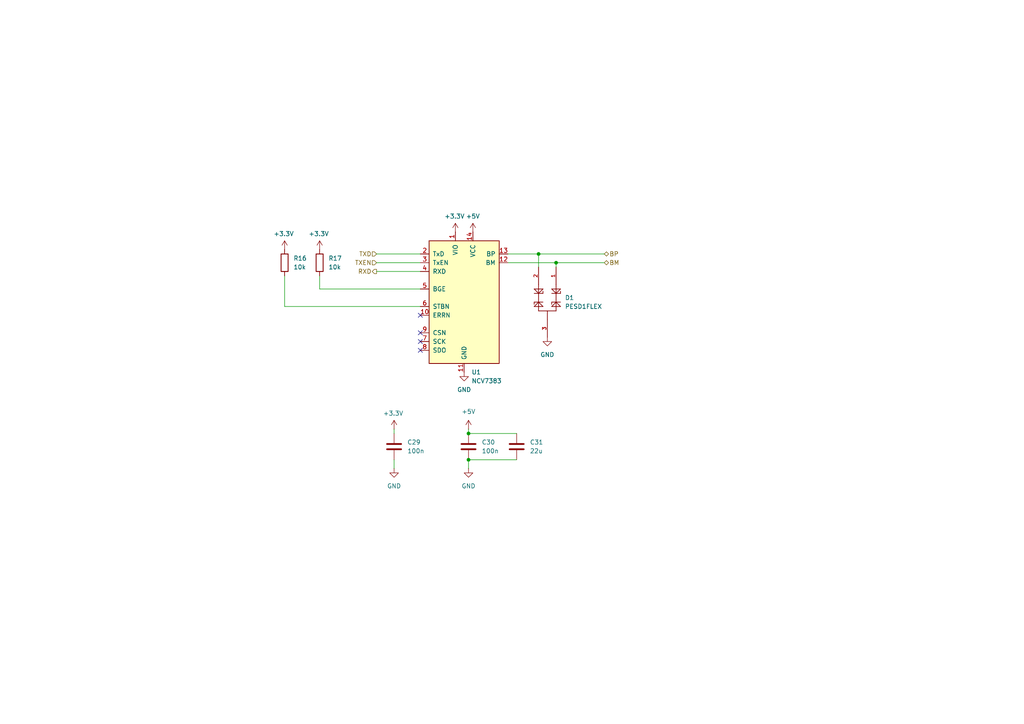
<source format=kicad_sch>
(kicad_sch (version 20250114) (generator "eeschema") (generator_version "9.0")
  (paper "A4")
  (lib_symbols
    (symbol "Device:C" (pin_numbers (hide yes)) (pin_names (offset 0.254))
      (property "Reference" "C" (at 0.635 2.54 0))
      (property "Value" "C" (at 0.635 -2.54 0))
      (symbol "C_0_1"
        (polyline (pts (xy -2.032 0.762) (xy 2.032 0.762)) (stroke (width 0.508)))
        (polyline (pts (xy -2.032 -0.762) (xy 2.032 -0.762)) (stroke (width 0.508)))
      )
      (symbol "C_1_1"
        (pin passive line (at 0 3.81 270) (length 2.794) (name "~") (number "1"))
        (pin passive line (at 0 -3.81 90) (length 2.794) (name "~") (number "2"))
      )
    )
    (symbol "Device:R" (pin_numbers (hide yes)) (pin_names (offset 0))
      (property "Reference" "R" (at 2.032 0 90))
      (property "Value" "R" (at 0 0 90))
      (symbol "R_0_1"
        (rectangle (start -1.016 -2.54) (end 1.016 2.54) (stroke (width 0.254)))
      )
      (symbol "R_1_1"
        (pin passive line (at 0 3.81 270) (length 1.27) (name "~") (number "1"))
        (pin passive line (at 0 -3.81 90) (length 1.27) (name "~") (number "2"))
      )
    )
    (symbol "NCV7383:NCV7383" (pin_names (offset 1.016))
      (property "Reference" "U" (at -10.16 8.89 0))
      (property "Value" "NCV7383" (at 2.54 8.89 0))
      (symbol "NCV7383_0_1"
        (rectangle (start -10.16 7.62) (end 10.16 -27.94) (stroke (width 0.254)) (fill (type background)))
      )
      (symbol "NCV7383_1_1"
        (pin input line (at -12.7 3.81 0) (length 2.54) (name "TxD") (number "2"))
        (pin input line (at -12.7 1.27 0) (length 2.54) (name "TxEN") (number "3"))
        (pin output line (at -12.7 -1.27 0) (length 2.54) (name "RXD") (number "4"))
        (pin input line (at -12.7 -6.35 0) (length 2.54) (name "BGE") (number "5"))
        (pin input line (at -12.7 -11.43 0) (length 2.54) (name "STBN") (number "6"))
        (pin output line (at -12.7 -13.97 0) (length 2.54) (name "ERRN") (number "10"))
        (pin input line (at -12.7 -19.05 0) (length 2.54) (name "CSN") (number "9"))
        (pin input line (at -12.7 -21.59 0) (length 2.54) (name "SCK") (number "7"))
        (pin output line (at -12.7 -24.13 0) (length 2.54) (name "SDO") (number "8"))
        (pin power_in line (at -2.54 10.16 270) (length 2.54) (name "VIO") (number "1"))
        (pin power_in line (at 0 -30.48 90) (length 2.54) (name "GND") (number "11"))
        (pin power_in line (at 2.54 10.16 270) (length 2.54) (name "VCC") (number "14"))
        (pin bidirectional line (at 12.7 3.81 180) (length 2.54) (name "BP") (number "13"))
        (pin bidirectional line (at 12.7 1.27 180) (length 2.54) (name "BM") (number "12"))
      )
    )
    (symbol "PESD1CAN:PESD1FLEX" (pin_names (offset 1.016))
      (property "Reference" "D" (at 0 11.4366 0))
      (property "Value" "PESD1FLEX" (at 0 -2.542 0))
      (symbol "PESD1FLEX_0_0"
        (polyline (pts (xy 0 7.62) (xy 1.27 7.62)) (stroke (width 0.2032)))
        (polyline (pts (xy 0 2.54) (xy 1.27 2.54)) (stroke (width 0.2032)))
        (polyline (pts (xy 1.27 8.89) (xy 2.54 7.62)) (stroke (width 0.2032)))
        (polyline (pts (xy 1.27 7.62) (xy 6.35 7.62)) (stroke (width 0.2032)))
        (polyline (pts (xy 1.27 6.35) (xy 1.27 8.89)) (stroke (width 0.2032)))
        (polyline (pts (xy 1.27 3.81) (xy 2.54 2.54)) (stroke (width 0.2032)))
        (polyline (pts (xy 1.27 2.54) (xy 6.35 2.54)) (stroke (width 0.2032)))
        (polyline (pts (xy 1.27 1.27) (xy 1.27 3.81)) (stroke (width 0.2032)))
        (polyline (pts (xy 2.54 8.89) (xy 1.905 8.89)) (stroke (width 0.2032)))
        (polyline (pts (xy 2.54 7.62) (xy 1.27 6.35)) (stroke (width 0.2032)))
        (polyline (pts (xy 2.54 7.62) (xy 2.54 8.89)) (stroke (width 0.2032)))
        (polyline (pts (xy 2.54 6.35) (xy 2.54 7.62)) (stroke (width 0.2032)))
        (polyline (pts (xy 2.54 3.81) (xy 1.905 3.81)) (stroke (width 0.2032)))
        (polyline (pts (xy 2.54 2.54) (xy 1.27 1.27)) (stroke (width 0.2032)))
        (polyline (pts (xy 2.54 2.54) (xy 2.54 3.81)) (stroke (width 0.2032)))
        (polyline (pts (xy 2.54 1.27) (xy 2.54 2.54)) (stroke (width 0.2032)))
        (polyline (pts (xy 5.08 8.89) (xy 5.08 7.62)) (stroke (width 0.2032)))
        (polyline (pts (xy 5.08 7.62) (xy 5.08 6.35)) (stroke (width 0.2032)))
        (polyline (pts (xy 5.08 7.62) (xy 6.35 6.35)) (stroke (width 0.2032)))
        (polyline (pts (xy 5.08 6.35) (xy 5.715 6.35)) (stroke (width 0.2032)))
        (polyline (pts (xy 5.08 3.81) (xy 5.08 2.54)) (stroke (width 0.2032)))
        (polyline (pts (xy 5.08 2.54) (xy 5.08 1.27)) (stroke (width 0.2032)))
        (polyline (pts (xy 5.08 2.54) (xy 6.35 1.27)) (stroke (width 0.2032)))
        (polyline (pts (xy 5.08 1.27) (xy 5.715 1.27)) (stroke (width 0.2032)))
        (polyline (pts (xy 6.35 8.89) (xy 5.08 7.62)) (stroke (width 0.2032)))
        (polyline (pts (xy 6.35 7.62) (xy 7.62 7.62)) (stroke (width 0.2032)))
        (polyline (pts (xy 6.35 6.35) (xy 6.35 8.89)) (stroke (width 0.2032)))
        (polyline (pts (xy 6.35 3.81) (xy 5.08 2.54)) (stroke (width 0.2032)))
        (polyline (pts (xy 6.35 2.54) (xy 7.62 2.54)) (stroke (width 0.2032)))
        (polyline (pts (xy 6.35 1.27) (xy 6.35 3.81)) (stroke (width 0.2032)))
        (polyline (pts (xy 7.62 7.62) (xy 7.62 5.08)) (stroke (width 0.2032)))
        (polyline (pts (xy 7.62 5.08) (xy 7.62 2.54)) (stroke (width 0.2032)))
        (polyline (pts (xy 7.62 5.08) (xy 10.16 5.08)) (stroke (width 0.2032)))
      )
      (symbol "PESD1FLEX_1_0"
        (pin passive line (at -5.08 7.62 0) (length 5.08) (name "") (number "1"))
        (pin passive line (at -5.08 2.54 0) (length 5.08) (name "") (number "2"))
        (pin passive line (at 15.24 5.08 180) (length 5.08) (name "") (number "3"))
      )
    )
    (symbol "power:+3.3V" (power) (pin_numbers (hide yes)) (pin_names (offset 0) (hide yes))
      (property "Value" "+3.3V" (at 0 3.556 0))
      (symbol "+3.3V_0_1"
        (polyline (pts (xy -0.762 1.27) (xy 0 2.54)))
        (polyline (pts (xy 0 2.54) (xy 0.762 1.27)))
        (polyline (pts (xy 0 0) (xy 0 2.54)))
      )
      (symbol "+3.3V_1_1"
        (pin power_in line (at 0 0 90) (length 0) (name "~") (number "1"))
      )
    )
    (symbol "power:+5V" (power) (pin_numbers (hide yes)) (pin_names (offset 0) (hide yes))
      (property "Value" "+5V" (at 0 3.556 0))
      (symbol "+5V_0_1"
        (polyline (pts (xy -0.762 1.27) (xy 0 2.54)))
        (polyline (pts (xy 0 2.54) (xy 0.762 1.27)))
        (polyline (pts (xy 0 0) (xy 0 2.54)))
      )
      (symbol "+5V_1_1"
        (pin power_in line (at 0 0 90) (length 0) (name "~") (number "1"))
      )
    )
    (symbol "power:GND" (power) (pin_numbers (hide yes)) (pin_names (offset 0) (hide yes))
      (property "Value" "GND" (at 0 -3.81 0))
      (symbol "GND_0_1"
        (polyline (pts (xy 0 0) (xy 0 -1.27) (xy 1.27 -1.27) (xy 0 -2.54) (xy -1.27 -1.27) (xy 0 -1.27)))
      )
      (symbol "GND_1_1"
        (pin power_in line (at 0 0 270) (length 0) (name "~") (number "1"))
      )
    )
  )
  (junction (at 135.89 133.35))
  (junction (at 156.21 73.66))
  (junction (at 135.89 125.73))
  (junction (at 161.29 76.2))
  (no_connect (at 121.92 99.06))
  (no_connect (at 121.92 101.6))
  (no_connect (at 121.92 91.44))
  (no_connect (at 121.92 96.52))
  (wire (pts (xy 156.21 73.66) (xy 156.21 77.47)))
  (wire (pts (xy 147.32 73.66) (xy 156.21 73.66)))
  (wire (pts (xy 82.55 88.9) (xy 82.55 80.01)))
  (wire (pts (xy 114.3 124.46) (xy 114.3 125.73)))
  (wire (pts (xy 109.22 78.74) (xy 121.92 78.74)))
  (wire (pts (xy 135.89 135.89) (xy 135.89 133.35)))
  (wire (pts (xy 161.29 76.2) (xy 175.26 76.2)))
  (wire (pts (xy 135.89 125.73) (xy 149.86 125.73)))
  (wire (pts (xy 109.22 73.66) (xy 121.92 73.66)))
  (wire (pts (xy 135.89 124.46) (xy 135.89 125.73)))
  (wire (pts (xy 147.32 76.2) (xy 161.29 76.2)))
  (wire (pts (xy 156.21 73.66) (xy 175.26 73.66)))
  (wire (pts (xy 92.71 83.82) (xy 92.71 80.01)))
  (wire (pts (xy 161.29 76.2) (xy 161.29 77.47)))
  (wire (pts (xy 109.22 76.2) (xy 121.92 76.2)))
  (wire (pts (xy 135.89 133.35) (xy 149.86 133.35)))
  (wire (pts (xy 121.92 88.9) (xy 82.55 88.9)))
  (wire (pts (xy 121.92 83.82) (xy 92.71 83.82)))
  (wire (pts (xy 114.3 135.89) (xy 114.3 133.35)))
  (hierarchical_label "TXEN" (shape input) (at 109.22 76.2 180))
  (hierarchical_label "BM" (shape bidirectional) (at 175.26 76.2 0))
  (hierarchical_label "TXD" (shape input) (at 109.22 73.66 180))
  (hierarchical_label "RXD" (shape output) (at 109.22 78.74 180))
  (hierarchical_label "BP" (shape bidirectional) (at 175.26 73.66 0))
  (symbol (lib_id "PESD1CAN:PESD1FLEX") (at 153.67 82.55 270) (unit 1)
    (property "Reference" "D1" (at 163.83 86.3599 90) (effects (justify left)))
    (property "Value" "PESD1FLEX" (at 163.83 88.8999 90) (effects (justify left)))
    (property "Footprint" "Package_TO_SOT_SMD:SOT-23" (effects (hide yes)))
    (property "LCSC" "C552463" (effects (hide yes)))
    (instances (project "" (path "" (reference "D1") (unit 1)) (path "" (reference "D4") (unit 1))))
  )
  (symbol (lib_id "power:GND") (at 135.89 135.89 0) (unit 1)
    (property "Reference" "#PWR090" (effects (hide yes)))
    (property "Value" "GND" (at 135.89 140.97 0))
    (property "Description" "Power symbol creates a global label with name \"GND\" , ground" (effects (hide yes)))
    (instances (project "flexray-harness" (path "" (reference "#PWR090") (unit 1)) (path "" (reference "#PWR094") (unit 1))))
  )
  (symbol (lib_id "power:+5V") (at 135.89 124.46 0) (unit 1)
    (property "Reference" "#PWR011" (effects (hide yes)))
    (property "Value" "+5V" (at 135.89 119.38 0))
    (property "Description" "Power symbol creates a global label with name \"+5V\"" (effects (hide yes)))
    (instances (project "flexray-harness" (path "" (reference "#PWR011") (unit 1)) (path "" (reference "#PWR012") (unit 1))))
  )
  (symbol (lib_id "NCV7383:NCV7383") (at 134.62 77.47 0) (unit 1)
    (property "Reference" "U1" (at 136.7633 107.95 0) (effects (justify left)))
    (property "Value" "NCV7383" (at 136.7633 110.49 0) (effects (justify left)))
    (property "Footprint" "Package_SO:TSSOP-14_4.4x5mm_P0.65mm" (effects (hide yes)))
    (property "Datasheet" "https://www.onsemi.com/download/data-sheet/pdf/ncv7383-d.pdf" (effects (hide yes)))
    (property "Description" "FlexRay Transceiver" (effects (hide yes)))
    (property "LCSC" "C904660" (effects (hide yes)))
    (instances (project "" (path "" (reference "U1") (unit 1)) (path "" (reference "U3") (unit 1))))
  )
  (symbol (lib_id "Device:C") (at 114.3 129.54 0) (unit 1)
    (property "Reference" "C29" (at 118.11 128.2699 0) (effects (justify left)))
    (property "Value" "100n" (at 118.11 130.8099 0) (effects (justify left)))
    (property "Footprint" "Capacitor_SMD:C_0402_1005Metric" (effects (hide yes)))
    (property "Description" "Unpolarized capacitor" (effects (hide yes)))
    (property "LCSC" "C131394" (effects (hide yes)))
    (instances (project "flexray-harness" (path "" (reference "C29") (unit 1)) (path "" (reference "C32") (unit 1))))
  )
  (symbol (lib_id "power:+5V") (at 137.16 67.31 0) (unit 1)
    (property "Reference" "#PWR05" (effects (hide yes)))
    (property "Value" "+5V" (at 137.16 62.738 0))
    (property "Description" "Power symbol creates a global label with name \"+5V\"" (effects (hide yes)))
    (instances (project "flexray-harness" (path "" (reference "#PWR05") (unit 1)) (path "" (reference "#PWR013") (unit 1))))
  )
  (symbol (lib_id "Device:R") (at 82.55 76.2 0) (unit 1)
    (property "Reference" "R16" (at 85.09 74.9299 0) (effects (justify left)))
    (property "Value" "10k" (at 85.09 77.4699 0) (effects (justify left)))
    (property "Footprint" "Resistor_SMD:R_0402_1005Metric" (effects (hide yes)))
    (property "Description" "Resistor" (effects (hide yes)))
    (property "LCSC" "C60490" (effects (hide yes)))
    (instances (project "flexray-harness" (path "" (reference "R16") (unit 1)) (path "" (reference "R18") (unit 1))))
  )
  (symbol (lib_id "power:+3.3V") (at 82.55 72.39 0) (unit 1)
    (property "Reference" "#PWR023" (effects (hide yes)))
    (property "Value" "+3.3V" (at 82.296 67.818 0))
    (property "Description" "Power symbol creates a global label with name \"+3.3V\"" (effects (hide yes)))
    (instances (project "flexray-harness" (path "" (reference "#PWR023") (unit 1)) (path "" (reference "#PWR025") (unit 1))))
  )
  (symbol (lib_id "power:+3.3V") (at 132.08 67.31 0) (unit 1)
    (property "Reference" "#PWR017" (effects (hide yes)))
    (property "Value" "+3.3V" (at 131.826 62.738 0))
    (property "Description" "Power symbol creates a global label with name \"+3.3V\"" (effects (hide yes)))
    (instances (project "flexray-harness" (path "" (reference "#PWR017") (unit 1)) (path "" (reference "#PWR028") (unit 1))))
  )
  (symbol (lib_id "power:+3.3V") (at 114.3 124.46 0) (unit 1)
    (property "Reference" "#PWR019" (effects (hide yes)))
    (property "Value" "+3.3V" (at 114.046 119.888 0))
    (property "Description" "Power symbol creates a global label with name \"+3.3V\"" (effects (hide yes)))
    (instances (project "flexray-harness" (path "" (reference "#PWR019") (unit 1)) (path "" (reference "#PWR027") (unit 1))))
  )
  (symbol (lib_id "Device:C") (at 149.86 129.54 0) (unit 1)
    (property "Reference" "C31" (at 153.67 128.2699 0) (effects (justify left)))
    (property "Value" "22u" (at 153.67 130.8099 0) (effects (justify left)))
    (property "Footprint" "Capacitor_SMD:C_0603_1608Metric" (effects (hide yes)))
    (property "Description" "Unpolarized capacitor" (effects (hide yes)))
    (property "LCSC" "C59461" (effects (hide yes)))
    (instances (project "flexray-harness" (path "" (reference "C31") (unit 1)) (path "" (reference "C34") (unit 1))))
  )
  (symbol (lib_id "power:+3.3V") (at 92.71 72.39 0) (unit 1)
    (property "Reference" "#PWR024" (effects (hide yes)))
    (property "Value" "+3.3V" (at 92.456 67.818 0))
    (property "Description" "Power symbol creates a global label with name \"+3.3V\"" (effects (hide yes)))
    (instances (project "flexray-harness" (path "" (reference "#PWR024") (unit 1)) (path "" (reference "#PWR026") (unit 1))))
  )
  (symbol (lib_id "power:GND") (at 158.75 97.79 0) (unit 1)
    (property "Reference" "#PWR071" (effects (hide yes)))
    (property "Value" "GND" (at 158.75 102.87 0))
    (property "Description" "Power symbol creates a global label with name \"GND\" , ground" (effects (hide yes)))
    (instances (project "flexray-harness" (path "" (reference "#PWR071") (unit 1)) (path "" (reference "#PWR072") (unit 1))))
  )
  (symbol (lib_id "power:GND") (at 134.62 107.95 0) (unit 1)
    (property "Reference" "#PWR091" (effects (hide yes)))
    (property "Value" "GND" (at 134.62 113.03 0))
    (property "Description" "Power symbol creates a global label with name \"GND\" , ground" (effects (hide yes)))
    (instances (project "flexray-harness" (path "" (reference "#PWR091") (unit 1)) (path "" (reference "#PWR093") (unit 1))))
  )
  (symbol (lib_id "power:GND") (at 114.3 135.89 0) (unit 1)
    (property "Reference" "#PWR089" (effects (hide yes)))
    (property "Value" "GND" (at 114.3 140.97 0))
    (property "Description" "Power symbol creates a global label with name \"GND\" , ground" (effects (hide yes)))
    (instances (project "flexray-harness" (path "" (reference "#PWR089") (unit 1)) (path "" (reference "#PWR092") (unit 1))))
  )
  (symbol (lib_id "Device:R") (at 92.71 76.2 0) (unit 1)
    (property "Reference" "R17" (at 95.25 74.9299 0) (effects (justify left)))
    (property "Value" "10k" (at 95.25 77.4699 0) (effects (justify left)))
    (property "Footprint" "Resistor_SMD:R_0402_1005Metric" (effects (hide yes)))
    (property "Description" "Resistor" (effects (hide yes)))
    (property "LCSC" "C60490" (effects (hide yes)))
    (instances (project "flexray-harness" (path "" (reference "R17") (unit 1)) (path "" (reference "R19") (unit 1))))
  )
  (symbol (lib_id "Device:C") (at 135.89 129.54 0) (unit 1)
    (property "Reference" "C30" (at 139.7 128.2699 0) (effects (justify left)))
    (property "Value" "100n" (at 139.7 130.8099 0) (effects (justify left)))
    (property "Footprint" "Capacitor_SMD:C_0402_1005Metric" (effects (hide yes)))
    (property "Description" "Unpolarized capacitor" (effects (hide yes)))
    (property "LCSC" "C131394" (effects (hide yes)))
    (instances (project "flexray-harness" (path "" (reference "C30") (unit 1)) (path "" (reference "C33") (unit 1))))
  )
)
</source>
